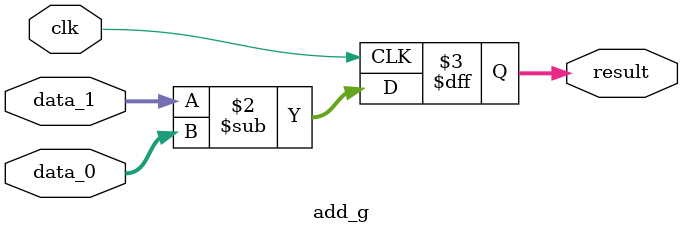
<source format=v>
`timescale 1ns / 1ps


module add_g(
input clk,
input [10:0] data_0,
input [10:0] data_1,
output reg signed [11:0] result);

	always @ (posedge clk)
	begin
			result <= data_1 - data_0;
	end

endmodule

</source>
